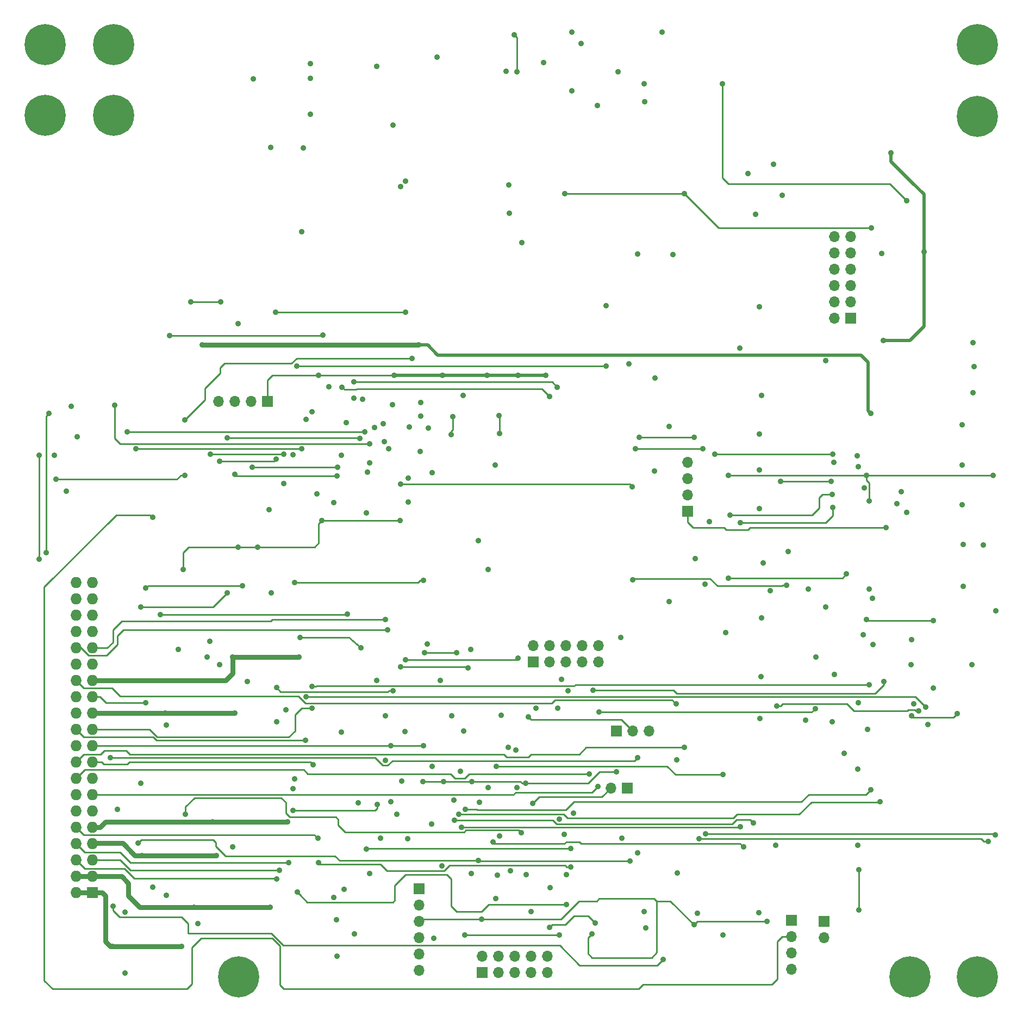
<source format=gbr>
G04 #@! TF.GenerationSoftware,KiCad,Pcbnew,(5.1.5)-3*
G04 #@! TF.CreationDate,2020-10-04T17:53:18+01:00*
G04 #@! TF.ProjectId,DC Controller STM32 v2,44432043-6f6e-4747-926f-6c6c65722053,rev?*
G04 #@! TF.SameCoordinates,Original*
G04 #@! TF.FileFunction,Copper,L4,Bot*
G04 #@! TF.FilePolarity,Positive*
%FSLAX46Y46*%
G04 Gerber Fmt 4.6, Leading zero omitted, Abs format (unit mm)*
G04 Created by KiCad (PCBNEW (5.1.5)-3) date 2020-10-04 17:53:18*
%MOMM*%
%LPD*%
G04 APERTURE LIST*
%ADD10O,1.700000X1.700000*%
%ADD11R,1.700000X1.700000*%
%ADD12C,6.400000*%
%ADD13R,1.727200X1.727200*%
%ADD14O,1.727200X1.727200*%
%ADD15C,0.900000*%
%ADD16C,0.250000*%
%ADD17C,0.500000*%
%ADD18C,0.750000*%
G04 APERTURE END LIST*
D10*
X92460000Y33800000D03*
D11*
X95000000Y33800000D03*
D10*
X120600000Y5580000D03*
X120600000Y8120000D03*
X120600000Y10660000D03*
D11*
X120600000Y13200000D03*
D10*
X104400000Y84520000D03*
X104400000Y81980000D03*
X104400000Y79440000D03*
D11*
X104400000Y76900000D03*
D10*
X62560000Y5410000D03*
X62560000Y7950000D03*
X62560000Y10490000D03*
X62560000Y13030000D03*
X62560000Y15570000D03*
D11*
X62560000Y18110000D03*
D10*
X82560000Y7640000D03*
X82560000Y5100000D03*
X80020000Y7640000D03*
X80020000Y5100000D03*
X77480000Y7640000D03*
X77480000Y5100000D03*
X74940000Y7640000D03*
X74940000Y5100000D03*
X72400000Y7640000D03*
D11*
X72400000Y5100000D03*
D10*
X125700000Y10460000D03*
D11*
X125700000Y13000000D03*
D10*
X98380000Y42700000D03*
X95840000Y42700000D03*
D11*
X93300000Y42700000D03*
D10*
X127260000Y119600000D03*
X129800000Y119600000D03*
X127260000Y117060000D03*
X129800000Y117060000D03*
X127260000Y114520000D03*
X129800000Y114520000D03*
X127260000Y111980000D03*
X129800000Y111980000D03*
X127260000Y109440000D03*
X129800000Y109440000D03*
X127260000Y106900000D03*
D11*
X129800000Y106900000D03*
D12*
X149500000Y138360000D03*
X149510000Y149510000D03*
X15000000Y138500000D03*
X4300000Y138500000D03*
X15000000Y149510000D03*
X4300000Y149510000D03*
X149510000Y4360000D03*
X139000000Y4360000D03*
X34500000Y4360000D03*
D13*
X11700000Y17500000D03*
D14*
X9160000Y17500000D03*
X11700000Y20040000D03*
X9160000Y20040000D03*
X11700000Y22580000D03*
X9160000Y22580000D03*
X11700000Y25120000D03*
X9160000Y25120000D03*
X11700000Y27660000D03*
X9160000Y27660000D03*
X11700000Y30200000D03*
X9160000Y30200000D03*
X11700000Y32740000D03*
X9160000Y32740000D03*
X11700000Y35280000D03*
X9160000Y35280000D03*
X11700000Y37820000D03*
X9160000Y37820000D03*
X11700000Y40360000D03*
X9160000Y40360000D03*
X11700000Y42900000D03*
X9160000Y42900000D03*
X11700000Y45440000D03*
X9160000Y45440000D03*
X11700000Y47980000D03*
X9160000Y47980000D03*
X11700000Y50520000D03*
X9160000Y50520000D03*
X11700000Y53060000D03*
X9160000Y53060000D03*
X11700000Y55600000D03*
X9160000Y55600000D03*
X11700000Y58140000D03*
X9160000Y58140000D03*
X11700000Y60680000D03*
X9160000Y60680000D03*
X11700000Y63220000D03*
X9160000Y63220000D03*
X11700000Y65760000D03*
X9160000Y65760000D03*
D11*
X39000000Y94000000D03*
D10*
X36460000Y94000000D03*
X33920000Y94000000D03*
X31380000Y94000000D03*
X90560000Y55940000D03*
X90560000Y53400000D03*
X88020000Y55940000D03*
X88020000Y53400000D03*
X85480000Y55940000D03*
X85480000Y53400000D03*
X82940000Y55940000D03*
X82940000Y53400000D03*
X80400000Y55940000D03*
D11*
X80400000Y53400000D03*
D15*
X132300000Y82500000D03*
X152000000Y82500000D03*
X132700000Y78500000D03*
X110800000Y82500000D03*
X23700000Y104200000D03*
X134900000Y103500000D03*
X63240000Y40360000D03*
X59700000Y52700000D03*
X70200000Y52500000D03*
X139300000Y45075000D03*
X146400000Y45400000D03*
X132700000Y64800000D03*
X130900000Y36700000D03*
X130900000Y24900000D03*
X118100000Y24900000D03*
X116800000Y13000000D03*
X105400000Y12500000D03*
X72300000Y13400000D03*
X79200000Y34500000D03*
X63200000Y34800000D03*
X66400000Y34800000D03*
X70800000Y34800000D03*
X93300000Y36300000D03*
X58200000Y40360000D03*
X47600004Y104300000D03*
X86400000Y142300000D03*
X86400000Y151500000D03*
X89500000Y11100000D03*
X141200000Y117300000D03*
X136100000Y132700000D03*
X78600004Y118700000D03*
X76600000Y123300000D03*
X76550000Y127650000D03*
X56000000Y146100000D03*
X45639500Y146538500D03*
X45639500Y138639500D03*
X45639500Y144239500D03*
X44551000Y133451000D03*
X39439000Y133539000D03*
X65400000Y147600000D03*
X58500000Y137000000D03*
X131900000Y80500000D03*
X147200000Y90300000D03*
X147200000Y84100000D03*
X147200000Y77900000D03*
X147300000Y71700000D03*
X147300000Y65200000D03*
X115600000Y77300000D03*
X115600000Y108700000D03*
X119100000Y126100000D03*
X117787500Y130887500D03*
X127200000Y84500000D03*
X44300000Y120400000D03*
X95300000Y99800000D03*
X102112500Y116812500D03*
X96612500Y116912500D03*
X64600000Y82900000D03*
X34412500Y106112500D03*
X115600000Y83300000D03*
X115600000Y88900000D03*
X115900000Y94900000D03*
X120087500Y70612500D03*
X123200000Y64800000D03*
X94000000Y57200000D03*
X148700000Y53000000D03*
X62800000Y93800000D03*
X58400000Y93500000D03*
X48500000Y96262500D03*
X9300000Y88500000D03*
X8387429Y93241341D03*
X23200000Y43600000D03*
X35800000Y50350000D03*
X33550000Y24600000D03*
X16800000Y5000000D03*
X28100000Y12700000D03*
X29565000Y54165000D03*
X69400000Y94900000D03*
X41500000Y81200000D03*
X39512500Y64212500D03*
X56600000Y26000000D03*
X58200000Y31700000D03*
X57300000Y38100000D03*
X57300000Y45000000D03*
X60380000Y42620000D03*
X64600000Y37200000D03*
X69500000Y42700000D03*
X63825000Y56225000D03*
X70600000Y55400000D03*
X107800000Y75300000D03*
X105587500Y69487500D03*
X112500000Y102300000D03*
X130800000Y85500000D03*
X126912500Y44112500D03*
X127300000Y51500000D03*
X131725000Y57625364D03*
X139287500Y56912500D03*
X139600000Y46900000D03*
X141800000Y43700000D03*
X132400000Y42900000D03*
X128800000Y39200000D03*
X122750000Y44350000D03*
X115700000Y44600000D03*
X110312500Y57987500D03*
X139187500Y53012500D03*
X115500000Y14400000D03*
X105900000Y14300000D03*
X102800000Y20600000D03*
X83000000Y18300000D03*
X74500000Y16600000D03*
X76800000Y20900000D03*
X76500000Y40100000D03*
X68000000Y31900000D03*
X36800000Y144200000D03*
X49812500Y7612500D03*
X49700000Y13300000D03*
X50900000Y18000000D03*
X74800000Y20199994D03*
X70700000Y20449991D03*
X74400000Y84100000D03*
X117300000Y64499989D03*
X107088486Y65488486D03*
X21100000Y18400000D03*
X54873000Y84400000D03*
X94200000Y26000000D03*
X59668750Y127431250D03*
X60468750Y128231250D03*
X76100000Y145400000D03*
X81962500Y146762500D03*
X87837500Y149662500D03*
X93600000Y145300000D03*
X100400000Y151500000D03*
X97900000Y12000000D03*
X39200000Y77100000D03*
X148900000Y95300000D03*
X149000000Y99400000D03*
X148899994Y103100000D03*
X7600000Y80000000D03*
X132900000Y92100000D03*
X28800000Y102800000D03*
X62500000Y102800000D03*
X21100000Y75900000D03*
X90362500Y140037500D03*
X91700000Y108900000D03*
X58700000Y98000000D03*
X82300000Y98000000D03*
X60900000Y82000000D03*
X60900000Y78300000D03*
X66200000Y98000000D03*
X46900000Y98000000D03*
X73200000Y98000000D03*
X78000000Y98000000D03*
X59600000Y75400000D03*
X47400000Y75400000D03*
X37400000Y71300000D03*
X25800000Y67800000D03*
X25100000Y55400000D03*
X59100000Y29700000D03*
X60500000Y53800000D03*
X78000000Y54000000D03*
X46687500Y79612500D03*
X34400000Y71300000D03*
X56000000Y50500000D03*
X57000000Y90500000D03*
X75100000Y89000000D03*
X75000000Y91800000D03*
X62800000Y91700000D03*
X62776320Y86224655D03*
X61500000Y100700000D03*
X26100000Y91100000D03*
X26100000Y82500000D03*
X6000000Y81900000D03*
X49756500Y82356500D03*
X33900000Y82600000D03*
X36604000Y83704000D03*
X49845991Y83704000D03*
X84100000Y96200000D03*
X52400000Y97000000D03*
X50600000Y96200000D03*
X82940000Y94760000D03*
X99300000Y97600000D03*
X99250000Y83150000D03*
X15200000Y93400000D03*
X54873000Y87400000D03*
X54075538Y89200006D03*
X17100000Y89200000D03*
X31500000Y84700000D03*
X31500000Y53000000D03*
X40300000Y85000000D03*
X30100000Y85800000D03*
X30000000Y56600000D03*
X41500002Y85800000D03*
X45900000Y46200000D03*
X5800000Y85600000D03*
X3400000Y85600000D03*
X3400000Y69400000D03*
X4900000Y92100000D03*
X4500000Y70400000D03*
X138500000Y125200000D03*
X138500011Y76700000D03*
X109800000Y143400000D03*
X97600000Y143400000D03*
X97700000Y140600000D03*
X134600000Y117000000D03*
X131100000Y14800000D03*
X131100000Y21100000D03*
X102600000Y46900000D03*
X102700000Y38200000D03*
X20000000Y47100000D03*
X20000000Y47100000D03*
X35100000Y65300000D03*
X20000000Y64900000D03*
X44900000Y41200000D03*
X103900000Y40100000D03*
X46100000Y37400000D03*
X89100000Y36000000D03*
X89700000Y49000000D03*
X135000000Y50400000D03*
X90400000Y34000000D03*
X124400000Y54200000D03*
X124300000Y46149991D03*
X90600000Y45600002D03*
X46800000Y26000000D03*
X42300000Y22200000D03*
X40800000Y21000000D03*
X39400000Y15200000D03*
X27500000Y15200000D03*
X25600000Y9100000D03*
X14800000Y9100000D03*
X127000000Y85800000D03*
X108600000Y85800000D03*
X131000000Y83800000D03*
X131000000Y47100000D03*
X126800000Y81500000D03*
X118900000Y81500000D03*
X116200000Y68800000D03*
X126900000Y79500000D03*
X111000000Y76300000D03*
X137700000Y79900000D03*
X68800000Y29700000D03*
X134400000Y31700000D03*
X127000000Y77500000D03*
X112600000Y75100000D03*
X137000000Y78100000D03*
X69800000Y30500000D03*
X132900000Y33500000D03*
X129100000Y67100000D03*
X110800000Y66500000D03*
X135300000Y74350000D03*
X31700000Y109500000D03*
X27000000Y109500000D03*
X115800000Y51100000D03*
X118300000Y46600000D03*
X140400000Y45800000D03*
X115900000Y60300000D03*
X50500000Y42500000D03*
X50499980Y85600000D03*
X54900000Y20500000D03*
X55631429Y89913028D03*
X49300000Y78200000D03*
X49300000Y16800000D03*
X53100000Y31500000D03*
X53800000Y94300000D03*
X63300000Y66100000D03*
X43200000Y65800000D03*
X63996000Y89800000D03*
X73350000Y33850000D03*
X73350000Y67850000D03*
X61100000Y90000000D03*
X59900000Y34900000D03*
X71800000Y72300000D03*
X71950000Y31600000D03*
X101500000Y90100000D03*
X101500000Y62800000D03*
X60500000Y107900000D03*
X40200000Y107900000D03*
X133300000Y56100000D03*
X133200000Y63300000D03*
X142650000Y59850000D03*
X142650000Y49350000D03*
X132300000Y60000000D03*
X125900000Y100300000D03*
X125900000Y62000000D03*
X69000000Y36400000D03*
X67700000Y45000000D03*
X77690305Y39733601D03*
X77803975Y33875010D03*
X80000000Y14600000D03*
X79300000Y20300000D03*
X65900000Y50500000D03*
X64500000Y28200000D03*
X64900000Y10400000D03*
X85300000Y126300000D03*
X103900000Y126300000D03*
X133000000Y121000000D03*
X74600000Y37200000D03*
X109900000Y35900000D03*
X109900000Y10900000D03*
X52500000Y11100000D03*
X52420921Y94461245D03*
X115012500Y123112500D03*
X68100000Y28800000D03*
X114612501Y28387499D03*
X113812500Y129412500D03*
X69200000Y27700000D03*
X112612426Y27749991D03*
X96300000Y86600000D03*
X106800000Y86600000D03*
X96600000Y23700000D03*
X96600000Y38500000D03*
X14500000Y38558591D03*
X113100000Y24600000D03*
X74100000Y25400000D03*
X33520000Y54220000D03*
X43900000Y54200000D03*
X57300000Y60000000D03*
X57700000Y58400000D03*
X14900000Y15400000D03*
X100595001Y7104999D03*
X40400000Y19600000D03*
X95465685Y22465685D03*
X71800000Y22500000D03*
X15600000Y30500000D03*
X18800000Y25200000D03*
X79600000Y44900000D03*
X85800000Y48900000D03*
X86600000Y29900000D03*
X97600000Y14600000D03*
X80800000Y46200000D03*
X80300000Y31400000D03*
X82900000Y12100000D03*
X90000000Y12800000D03*
X84400000Y10900000D03*
X69700000Y10900000D03*
X84200000Y46200000D03*
X84400000Y28949991D03*
X66100000Y21650009D03*
X60800000Y25900000D03*
X67600000Y88775000D03*
X67800000Y91600000D03*
X23200000Y17100000D03*
X22300000Y60800000D03*
X51424990Y60900000D03*
X51224990Y90700000D03*
X18500000Y86600000D03*
X16800000Y14500000D03*
X44275010Y86600000D03*
X78500000Y26800000D03*
X26200000Y29700000D03*
X85500000Y15700000D03*
X43600000Y17600000D03*
X43200000Y35200000D03*
X85500000Y20300000D03*
X54500000Y83000000D03*
X53500000Y55600000D03*
X44000000Y57200000D03*
X86200000Y21500000D03*
X46900000Y22200000D03*
X41800000Y46000000D03*
X54406500Y76606500D03*
X86200000Y24400000D03*
X54356491Y24306500D03*
X91700000Y99500000D03*
X43500000Y99500000D03*
X42900000Y85704000D03*
X119800000Y65400000D03*
X95825001Y66225001D03*
X59700000Y81100000D03*
X95800000Y80700000D03*
X45000000Y91200000D03*
X141500000Y46400000D03*
X45011514Y48011514D03*
X152412500Y61400000D03*
X152300000Y26500000D03*
X107200000Y26700000D03*
X150500000Y71600000D03*
X151200000Y25500000D03*
X106200000Y25900011D03*
X45900000Y92400000D03*
X45900000Y49600000D03*
X132700000Y49900000D03*
X96900000Y88400000D03*
X105400002Y88400000D03*
X84800000Y50675000D03*
X85200000Y26549991D03*
X75400000Y45100000D03*
X75100000Y26300000D03*
X63450000Y54850000D03*
X68450000Y54850000D03*
X57800000Y86600000D03*
X58500000Y48900000D03*
X40400000Y44100000D03*
X40400000Y49400000D03*
X57204000Y87704000D03*
X56100000Y31200000D03*
X42900000Y30300000D03*
X42900000Y33700000D03*
X32700000Y88300000D03*
X32700000Y64200000D03*
X19200000Y62000000D03*
X53350009Y88200000D03*
X19200000Y34500000D03*
X31000000Y23300000D03*
X19400000Y23300000D03*
X42100000Y28500000D03*
X30400000Y28500000D03*
X33840000Y45440000D03*
X23075010Y45440000D03*
X77800000Y145300000D03*
X77400000Y151000000D03*
D16*
X132300000Y82500000D02*
X152000000Y82500000D01*
X132300000Y82500000D02*
X110800000Y82500000D01*
X59700000Y52700000D02*
X70000000Y52700000D01*
X70000000Y52700000D02*
X70200000Y52500000D01*
X116800000Y13000000D02*
X105900000Y13000000D01*
X105900000Y13000000D02*
X105400000Y12500000D01*
X62930000Y13400000D02*
X62560000Y13030000D01*
X72300000Y13400000D02*
X62930000Y13400000D01*
X78634315Y34500000D02*
X78334315Y34800000D01*
X79200000Y34500000D02*
X78634315Y34500000D01*
X78334315Y34800000D02*
X70800000Y34800000D01*
X66400000Y34800000D02*
X63200000Y34800000D01*
X70800000Y34800000D02*
X66400000Y34800000D01*
X79200000Y34500000D02*
X79765685Y34500000D01*
X79765685Y34500000D02*
X88900000Y34500000D01*
X88900000Y34500000D02*
X90700000Y36300000D01*
X90700000Y36300000D02*
X93300000Y36300000D01*
X132700000Y81300000D02*
X132700000Y78500000D01*
X132300000Y82500000D02*
X132300000Y81700000D01*
X132300000Y81700000D02*
X132700000Y81300000D01*
X11700000Y40360000D02*
X58200000Y40360000D01*
X63240000Y40360000D02*
X58960000Y40360000D01*
X58960000Y40360000D02*
X58200000Y40360000D01*
X145800000Y44800000D02*
X146400000Y45400000D01*
X139300000Y45075000D02*
X139575000Y44800000D01*
X139575000Y44800000D02*
X145800000Y44800000D01*
X47500004Y104200000D02*
X47600004Y104300000D01*
X23700000Y104200000D02*
X47500004Y104200000D01*
X105400000Y12500000D02*
X101700000Y16200000D01*
X99600000Y16200000D02*
X99600000Y8200000D01*
X101700000Y16200000D02*
X99600000Y16200000D01*
X99600000Y8200000D02*
X98800000Y7400000D01*
X98800000Y7400000D02*
X89500000Y7400000D01*
X89500000Y7400000D02*
X88900000Y8000000D01*
X88900000Y8000000D02*
X88900000Y10500000D01*
X88900000Y10500000D02*
X89500000Y11100000D01*
X99200000Y16600000D02*
X90636396Y16600000D01*
X99600000Y16200000D02*
X99200000Y16600000D01*
X84700000Y13400000D02*
X72300000Y13400000D01*
X90636396Y16600000D02*
X90236396Y16200000D01*
X90236396Y16200000D02*
X87500000Y16200000D01*
X87500000Y16200000D02*
X84700000Y13400000D01*
D17*
X139000000Y103500000D02*
X134900000Y103500000D01*
X141200000Y105700000D02*
X139000000Y103500000D01*
X139200000Y128200000D02*
X141200000Y126200000D01*
X141200000Y126200000D02*
X141200000Y117300000D01*
X141200000Y117300000D02*
X141200000Y105700000D01*
X136100000Y131300000D02*
X136100000Y132700000D01*
X139200000Y128200000D02*
X136100000Y131300000D01*
D18*
X28800000Y102800000D02*
X62500000Y102800000D01*
D17*
X132500001Y92499999D02*
X132900000Y92100000D01*
X65500000Y101200000D02*
X131400000Y101200000D01*
X62500000Y102800000D02*
X63900000Y102800000D01*
X63900000Y102800000D02*
X65500000Y101200000D01*
X131400000Y101200000D02*
X132500001Y100099999D01*
X132500001Y100099999D02*
X132500001Y92499999D01*
D16*
X97500000Y3200000D02*
X97500000Y3200000D01*
X119160000Y10660000D02*
X120600000Y10660000D01*
X118400000Y4100000D02*
X118400000Y9900000D01*
X117500000Y3200000D02*
X118400000Y4100000D01*
X96800000Y2500000D02*
X97500000Y3200000D01*
X41500000Y2500000D02*
X96800000Y2500000D01*
X40900000Y3100000D02*
X41500000Y2500000D01*
X40900000Y9200000D02*
X40900000Y3100000D01*
X20700001Y76299999D02*
X15399999Y76299999D01*
X15399999Y76299999D02*
X4200000Y65100000D01*
X4200000Y65100000D02*
X4200000Y3800000D01*
X21100000Y75900000D02*
X20700001Y76299999D01*
X97500000Y3200000D02*
X117500000Y3200000D01*
X4200000Y3800000D02*
X5500000Y2500000D01*
X26400000Y2500000D02*
X27200000Y3300000D01*
X5500000Y2500000D02*
X26400000Y2500000D01*
X27200000Y3300000D02*
X27200000Y9000000D01*
X27200000Y9000000D02*
X28600000Y10400000D01*
X28600000Y10400000D02*
X39700000Y10400000D01*
X118400000Y9900000D02*
X119160000Y10660000D01*
X39700000Y10400000D02*
X40900000Y9200000D01*
D17*
X82300000Y98000000D02*
X78000000Y98000000D01*
X66200000Y98000000D02*
X58700000Y98000000D01*
D16*
X58700000Y98000000D02*
X39700000Y98000000D01*
X39000000Y97300000D02*
X39000000Y94000000D01*
X39700000Y98000000D02*
X39000000Y97300000D01*
D17*
X73200000Y98000000D02*
X66200000Y98000000D01*
X78000000Y98000000D02*
X73200000Y98000000D01*
D16*
X59600000Y75400000D02*
X59034315Y75400000D01*
X59034315Y75400000D02*
X47400000Y75400000D01*
X60500000Y53800000D02*
X77800000Y53800000D01*
X77800000Y53800000D02*
X78000000Y54000000D01*
X46950001Y74950001D02*
X46950001Y71950001D01*
X47400000Y75400000D02*
X46950001Y74950001D01*
X46300000Y71300000D02*
X37400000Y71300000D01*
X46950001Y71950001D02*
X46300000Y71300000D01*
X37400000Y71300000D02*
X34400000Y71300000D01*
X25800000Y70400000D02*
X25800000Y67800000D01*
X26700000Y71300000D02*
X25800000Y70400000D01*
X34400000Y71300000D02*
X26700000Y71300000D01*
X75100000Y89000000D02*
X75100000Y91700000D01*
X75100000Y91700000D02*
X75000000Y91800000D01*
X29200000Y94200000D02*
X26100000Y91100000D01*
X29200000Y96000000D02*
X29200000Y94200000D01*
X31600000Y98400000D02*
X29200000Y96000000D01*
X43552998Y100700000D02*
X42724999Y99872001D01*
X61500000Y100700000D02*
X43552998Y100700000D01*
X42724999Y99872001D02*
X32272001Y99872001D01*
X32272001Y99872001D02*
X31600000Y99200000D01*
X31600000Y99200000D02*
X31600000Y98400000D01*
X25463604Y82500000D02*
X24863604Y81900000D01*
X26100000Y82500000D02*
X25463604Y82500000D01*
X24863604Y81900000D02*
X6000000Y81900000D01*
X49756500Y82356500D02*
X34143500Y82356500D01*
X34143500Y82356500D02*
X33900000Y82600000D01*
X36604000Y83704000D02*
X49845991Y83704000D01*
X84115001Y96184999D02*
X84100000Y96200000D01*
X84100000Y96200000D02*
X83300000Y97000000D01*
X83300000Y97000000D02*
X52400000Y97000000D01*
X50999999Y95800001D02*
X50600000Y96200000D01*
X82940000Y94760000D02*
X81760000Y95940000D01*
X81760000Y95940000D02*
X52940000Y95940000D01*
X52800001Y95800001D02*
X50999999Y95800001D01*
X52940000Y95940000D02*
X52800001Y95800001D01*
X82940000Y94760000D02*
X82940000Y94760000D01*
X54236604Y87400000D02*
X54873000Y87400000D01*
X15200000Y93400000D02*
X15200000Y88236396D01*
X16036396Y87400000D02*
X54236604Y87400000D01*
X15200000Y88236396D02*
X16036396Y87400000D01*
X54075538Y89200006D02*
X17100006Y89200006D01*
X17100000Y89200000D02*
X31900002Y89200000D01*
X17100006Y89200006D02*
X17100000Y89200000D01*
X31500000Y84700000D02*
X40000000Y84700000D01*
X40000000Y84700000D02*
X40300000Y85000000D01*
X30100000Y85800000D02*
X41500002Y85800000D01*
X43300000Y45200000D02*
X44300000Y46200000D01*
X20600000Y42900000D02*
X21800000Y41700000D01*
X11700000Y42900000D02*
X20600000Y42900000D01*
X21800000Y41700000D02*
X42300000Y41700000D01*
X44300000Y46200000D02*
X45900000Y46200000D01*
X43300000Y42700000D02*
X43300000Y45200000D01*
X42300000Y41700000D02*
X43300000Y42700000D01*
X3400000Y69400000D02*
X3400000Y84963604D01*
X3400000Y84963604D02*
X3400000Y85600000D01*
X4500000Y91700000D02*
X4900000Y92100000D01*
X4500000Y70400000D02*
X4500000Y91700000D01*
X110800000Y127800000D02*
X109800000Y128800000D01*
X138500000Y125200000D02*
X135900000Y127800000D01*
X109800000Y128800000D02*
X109800000Y143400000D01*
X135900000Y127800000D02*
X110800000Y127800000D01*
X109800000Y143400000D02*
X109800000Y143400000D01*
X131100000Y14800000D02*
X131100000Y21100000D01*
X9160000Y50520000D02*
X10348601Y49331399D01*
X44926998Y47000000D02*
X83252996Y47000000D01*
X14768601Y49331399D02*
X16000000Y48100000D01*
X16000000Y48100000D02*
X43826998Y48100000D01*
X83727999Y47475003D02*
X102024997Y47475003D01*
X102150001Y47349999D02*
X102600000Y46900000D01*
X102024997Y47475003D02*
X102150001Y47349999D01*
X10348601Y49331399D02*
X14768601Y49331399D01*
X43826998Y48100000D02*
X44926998Y47000000D01*
X83252996Y47000000D02*
X83727999Y47475003D01*
X12921314Y47980000D02*
X13801314Y47100000D01*
X11700000Y47980000D02*
X12921314Y47980000D01*
X13801314Y47100000D02*
X20000000Y47100000D01*
X20400000Y65300000D02*
X35100000Y65300000D01*
X20000000Y64900000D02*
X20400000Y65300000D01*
X21152191Y41711399D02*
X21663590Y41200000D01*
X9160000Y42900000D02*
X10348601Y41711399D01*
X10348601Y41711399D02*
X21152191Y41711399D01*
X21663590Y41200000D02*
X44900000Y41200000D01*
X103900000Y40100000D02*
X103900000Y40100000D01*
X88614998Y40100000D02*
X103900000Y40100000D01*
X13008601Y39008601D02*
X13600000Y39600000D01*
X16917202Y39600000D02*
X17508601Y39008601D01*
X10348601Y39008601D02*
X13008601Y39008601D01*
X17508601Y39008601D02*
X75808601Y39008601D01*
X75808601Y39008601D02*
X76217202Y38600000D01*
X13600000Y39600000D02*
X16917202Y39600000D01*
X76217202Y38600000D02*
X79600000Y38600000D01*
X80008601Y39008601D02*
X87523599Y39008601D01*
X9160000Y37820000D02*
X10348601Y39008601D01*
X87523599Y39008601D02*
X88614998Y40100000D01*
X79600000Y38600000D02*
X80008601Y39008601D01*
X13120000Y37820000D02*
X13440000Y37500000D01*
X11700000Y37820000D02*
X13120000Y37820000D01*
X13440000Y37500000D02*
X17100000Y37500000D01*
X45680000Y37820000D02*
X46100000Y37400000D01*
X17100000Y37500000D02*
X17420000Y37820000D01*
X17420000Y37820000D02*
X45680000Y37820000D01*
X135000000Y49834315D02*
X135000000Y50400000D01*
X102734416Y48474999D02*
X133640684Y48474999D01*
X133640684Y48474999D02*
X135000000Y49834315D01*
X102209415Y49000000D02*
X102734416Y48474999D01*
X89700000Y49000000D02*
X102209415Y49000000D01*
X69700000Y35300000D02*
X70400000Y36000000D01*
X68200000Y35300000D02*
X69700000Y35300000D01*
X70400000Y36000000D02*
X88534315Y36000000D01*
X10511399Y36631399D02*
X44595599Y36631399D01*
X67500000Y36000000D02*
X68200000Y35300000D01*
X9160000Y35280000D02*
X10511399Y36631399D01*
X88534315Y36000000D02*
X89100000Y36000000D01*
X44595599Y36631399D02*
X45226998Y36000000D01*
X45226998Y36000000D02*
X67500000Y36000000D01*
X123750011Y45600002D02*
X91236396Y45600002D01*
X124300000Y46149991D02*
X123750011Y45600002D01*
X91236396Y45600002D02*
X90600000Y45600002D01*
X11700000Y32740000D02*
X77268303Y32740000D01*
X89950001Y33550001D02*
X90400000Y34000000D01*
X89500000Y33100000D02*
X89950001Y33550001D01*
X77268303Y32740000D02*
X77628303Y33100000D01*
X77628303Y33100000D02*
X89500000Y33100000D01*
X10348601Y26471399D02*
X46228601Y26471399D01*
X9160000Y27660000D02*
X10348601Y26471399D01*
X46800000Y25900000D02*
X46800000Y26000000D01*
X46228601Y26471399D02*
X46800000Y26000000D01*
X10511399Y23768601D02*
X16031399Y23768601D01*
X9160000Y25120000D02*
X10511399Y23768601D01*
X16031399Y23768601D02*
X17600000Y22200000D01*
X17600000Y22200000D02*
X42300000Y22200000D01*
X11700000Y22580000D02*
X16020000Y22580000D01*
X16020000Y22580000D02*
X17600000Y21000000D01*
X17600000Y21000000D02*
X40800000Y21000000D01*
D18*
X9160000Y20040000D02*
X11700000Y20040000D01*
X11700000Y20040000D02*
X16260000Y20040000D01*
X16260000Y20040000D02*
X17300000Y19000000D01*
X17300000Y19000000D02*
X17300000Y17000000D01*
X17300000Y17000000D02*
X19100000Y15200000D01*
X19100000Y15200000D02*
X27500000Y15200000D01*
X27500000Y15200000D02*
X39400000Y15200000D01*
X9160000Y17500000D02*
X13200000Y17500000D01*
X13200000Y17500000D02*
X13700000Y17000000D01*
X13700000Y17000000D02*
X13700000Y9900000D01*
X13700000Y9900000D02*
X14500000Y9100000D01*
X14500000Y9100000D02*
X14800000Y9100000D01*
X25600000Y9100000D02*
X25600000Y9100000D01*
X14800000Y9100000D02*
X25600000Y9100000D01*
D16*
X127000000Y85800000D02*
X108600000Y85800000D01*
X126800000Y81500000D02*
X118900000Y81500000D01*
X126900000Y79500000D02*
X125400000Y79500000D01*
X125400000Y79500000D02*
X124900000Y79000000D01*
X124900000Y79000000D02*
X124900000Y77400000D01*
X124900000Y77400000D02*
X123800000Y76300000D01*
X123800000Y76300000D02*
X111000000Y76300000D01*
X134300000Y31600000D02*
X134400000Y31700000D01*
X123700000Y31600000D02*
X134300000Y31600000D01*
X112100000Y29700000D02*
X121800000Y29700000D01*
X111524999Y29124999D02*
X112100000Y29700000D01*
X85701999Y29124999D02*
X111524999Y29124999D01*
X85101997Y29725001D02*
X85701999Y29124999D01*
X84051999Y29725001D02*
X85101997Y29725001D01*
X121800000Y29700000D02*
X123700000Y31600000D01*
X68800000Y29700000D02*
X84026998Y29700000D01*
X84026998Y29700000D02*
X84051999Y29725001D01*
X127000000Y77500000D02*
X127000000Y76200000D01*
X127000000Y76200000D02*
X125900000Y75100000D01*
X125900000Y75100000D02*
X112600000Y75100000D01*
X123300000Y32800000D02*
X132200000Y32800000D01*
X122144999Y31644999D02*
X123300000Y32800000D01*
X69800000Y30500000D02*
X71526998Y30500000D01*
X71526998Y30500000D02*
X71601999Y30424999D01*
X71601999Y30424999D02*
X85451997Y30424999D01*
X85451997Y30424999D02*
X86671997Y31644999D01*
X132200000Y32800000D02*
X132900000Y33500000D01*
X86671997Y31644999D02*
X122144999Y31644999D01*
X128500000Y66500000D02*
X111436396Y66500000D01*
X129100000Y67100000D02*
X128500000Y66500000D01*
X111436396Y66500000D02*
X110800000Y66500000D01*
X104400000Y75200000D02*
X104400000Y76900000D01*
X105250000Y74350000D02*
X104400000Y75200000D01*
X110050000Y74350000D02*
X105250000Y74350000D01*
X135300000Y74350000D02*
X114150000Y74350000D01*
X113800000Y74000000D02*
X110400000Y74000000D01*
X114150000Y74350000D02*
X113800000Y74000000D01*
X110400000Y74000000D02*
X110050000Y74350000D01*
X31700000Y109500000D02*
X27000000Y109500000D01*
X139800000Y46000000D02*
X140000000Y45800000D01*
X138600000Y45800000D02*
X138800000Y46000000D01*
X129174999Y46925001D02*
X130300000Y45800000D01*
X138800000Y46000000D02*
X139800000Y46000000D01*
X118865685Y46600000D02*
X119190686Y46925001D01*
X118300000Y46600000D02*
X118865685Y46600000D01*
X140000000Y45800000D02*
X140400000Y45800000D01*
X119190686Y46925001D02*
X129174999Y46925001D01*
X130300000Y45800000D02*
X138600000Y45800000D01*
X62734315Y66100000D02*
X62434315Y65800000D01*
X63300000Y66100000D02*
X62734315Y66100000D01*
X62434315Y65800000D02*
X43200000Y65800000D01*
X60500000Y107900000D02*
X59934315Y107900000D01*
X59934315Y107900000D02*
X40200000Y107900000D01*
X142650000Y59850000D02*
X133050000Y59850000D01*
X132300000Y59963604D02*
X132300000Y60000000D01*
X132413604Y59850000D02*
X132300000Y59963604D01*
X133050000Y59850000D02*
X132413604Y59850000D01*
X85300000Y126300000D02*
X103900000Y126300000D01*
X103900000Y126300000D02*
X109200000Y121000000D01*
X109200000Y121000000D02*
X133000000Y121000000D01*
X101226998Y37200000D02*
X102526998Y35900000D01*
X74600000Y37200000D02*
X101226998Y37200000D01*
X102526998Y35900000D02*
X109900000Y35900000D01*
X114162502Y28837498D02*
X114612501Y28387499D01*
X83402989Y28800000D02*
X84027999Y28174990D01*
X68100000Y28800000D02*
X83402989Y28800000D01*
X84027999Y28174990D02*
X111374990Y28174990D01*
X111374990Y28174990D02*
X112037498Y28837498D01*
X112037498Y28837498D02*
X114162502Y28837498D01*
X112562435Y27700000D02*
X112612426Y27749991D01*
X69200000Y27700000D02*
X112562435Y27700000D01*
X96300000Y86600000D02*
X106800000Y86600000D01*
X96600000Y38500000D02*
X96150001Y38050001D01*
X55694407Y38558591D02*
X14500000Y38558591D01*
X56927999Y37324999D02*
X55694407Y38558591D01*
X96150001Y38050001D02*
X58397003Y38050001D01*
X58397003Y38050001D02*
X57672001Y37324999D01*
X57672001Y37324999D02*
X56927999Y37324999D01*
X14500000Y38558591D02*
X14500000Y38558591D01*
X87825001Y25125001D02*
X112574999Y25125001D01*
X87550002Y25400000D02*
X87825001Y25125001D01*
X85500000Y25400000D02*
X87550002Y25400000D01*
X112574999Y25125001D02*
X113100000Y24600000D01*
X85225001Y25125001D02*
X85500000Y25400000D01*
X74374999Y25125001D02*
X85225001Y25125001D01*
X74100000Y25400000D02*
X74374999Y25125001D01*
D18*
X33520000Y54220000D02*
X43880000Y54220000D01*
X33520000Y51620000D02*
X33520000Y54220000D01*
X11700000Y50520000D02*
X32420000Y50520000D01*
X32420000Y50520000D02*
X33520000Y51620000D01*
D16*
X11700000Y55600000D02*
X14000000Y55600000D01*
X14000000Y55600000D02*
X14900000Y56500000D01*
X14900000Y56500000D02*
X14900000Y58400000D01*
X14900000Y58400000D02*
X16300000Y59800000D01*
X39500000Y59800000D02*
X39700000Y60000000D01*
X16300000Y59800000D02*
X39500000Y59800000D01*
X39700000Y60000000D02*
X57300000Y60000000D01*
X9160000Y55600000D02*
X9940870Y55600000D01*
X11129471Y54411399D02*
X13911399Y54411399D01*
X9940870Y55600000D02*
X11129471Y54411399D01*
X13911399Y54411399D02*
X15600000Y56100000D01*
X15600000Y56100000D02*
X15600000Y57500000D01*
X15600000Y57500000D02*
X16500000Y58400000D01*
X16500000Y58400000D02*
X57700000Y58400000D01*
X57700000Y58400000D02*
X57700000Y58400000D01*
X99690002Y6200000D02*
X100595001Y7104999D01*
X87600000Y6200000D02*
X99690002Y6200000D01*
X39536410Y11200000D02*
X41421411Y9314999D01*
X26600000Y11200000D02*
X39536410Y11200000D01*
X41421411Y9314999D02*
X84485001Y9314999D01*
X14900000Y14763604D02*
X15938605Y13724999D01*
X14900000Y15400000D02*
X14900000Y14763604D01*
X84485001Y9314999D02*
X87600000Y6200000D01*
X15938605Y13724999D02*
X25575001Y13724999D01*
X25575001Y13724999D02*
X26600000Y12700000D01*
X26600000Y12700000D02*
X26600000Y11200000D01*
X18238589Y19725001D02*
X40274999Y19725001D01*
X16734989Y21228601D02*
X18238589Y19725001D01*
X9160000Y22580000D02*
X10511399Y21228601D01*
X10511399Y21228601D02*
X16734989Y21228601D01*
X40274999Y19725001D02*
X40400000Y19600000D01*
X71834315Y22465685D02*
X71800000Y22500000D01*
X95465685Y22465685D02*
X71834315Y22465685D01*
X18800000Y25200000D02*
X18800000Y25200000D01*
X19300000Y25700000D02*
X18800000Y25200000D01*
X30900000Y25300000D02*
X30500000Y25700000D01*
X30500000Y25700000D02*
X19300000Y25700000D01*
X50200000Y22500000D02*
X49500000Y23200000D01*
X30900000Y24700000D02*
X30900000Y25300000D01*
X49500000Y23200000D02*
X32400000Y23200000D01*
X71800000Y22500000D02*
X50200000Y22500000D01*
X32400000Y23200000D02*
X30900000Y24700000D01*
X79600000Y44900000D02*
X80049999Y44450001D01*
X94990001Y43549999D02*
X95840000Y42700000D01*
X94089999Y44450001D02*
X94990001Y43549999D01*
X80049999Y44450001D02*
X94089999Y44450001D01*
X91060000Y32400000D02*
X92460000Y33800000D01*
X80300000Y31400000D02*
X81300000Y32400000D01*
X81300000Y32400000D02*
X91060000Y32400000D01*
X88900000Y13900000D02*
X90000000Y12800000D01*
X85349999Y12549999D02*
X86700000Y13900000D01*
X82900000Y12100000D02*
X83349999Y12549999D01*
X86700000Y13900000D02*
X88900000Y13900000D01*
X83349999Y12549999D02*
X85349999Y12549999D01*
X90000000Y12800000D02*
X90000000Y12800000D01*
X84400000Y10900000D02*
X69700000Y10900000D01*
X67600000Y89340685D02*
X67800000Y89540685D01*
X67600000Y88775000D02*
X67600000Y89340685D01*
X67800000Y89540685D02*
X67800000Y91600000D01*
X51324990Y60800000D02*
X51424990Y60900000D01*
X22300000Y60800000D02*
X51324990Y60800000D01*
X18500000Y86600000D02*
X18500000Y86600000D01*
X18500000Y86600000D02*
X44275010Y86600000D01*
X78500000Y26800000D02*
X78050001Y27249999D01*
X69572001Y26924999D02*
X51075001Y26924999D01*
X69897001Y27249999D02*
X69572001Y26924999D01*
X78050001Y27249999D02*
X69897001Y27249999D01*
X51075001Y26924999D02*
X50000000Y28000000D01*
X50000000Y28000000D02*
X50000000Y28900000D01*
X50000000Y28900000D02*
X49600000Y29300000D01*
X49600000Y29300000D02*
X42400000Y29300000D01*
X42400000Y29300000D02*
X41800000Y29900000D01*
X41800000Y31600000D02*
X41110010Y32289990D01*
X41800000Y29900000D02*
X41800000Y31600000D01*
X41110010Y32289990D02*
X27589990Y32289990D01*
X27589990Y32289990D02*
X26200000Y30900000D01*
X26200000Y30900000D02*
X26200000Y29700000D01*
X67600000Y15400000D02*
X67600000Y19600000D01*
X60500000Y20300000D02*
X58800000Y18600000D01*
X67600000Y19600000D02*
X66900000Y20300000D01*
X68400000Y14600000D02*
X67600000Y15400000D01*
X85500000Y15700000D02*
X73402095Y15700000D01*
X58524999Y16024999D02*
X45175001Y16024999D01*
X66900000Y20300000D02*
X60500000Y20300000D01*
X58800000Y16300000D02*
X58524999Y16024999D01*
X44049999Y17150001D02*
X43600000Y17600000D01*
X73402095Y15700000D02*
X72302095Y14600000D01*
X45175001Y16024999D02*
X44049999Y17150001D01*
X58800000Y18600000D02*
X58800000Y16300000D01*
X72302095Y14600000D02*
X68400000Y14600000D01*
X51700000Y57200000D02*
X53500000Y55600000D01*
X44000000Y57200000D02*
X51700000Y57200000D01*
X47200000Y21900000D02*
X46900000Y22200000D01*
X56600000Y21900000D02*
X47200000Y21900000D01*
X57624992Y20875008D02*
X56600000Y21900000D01*
X86200000Y21500000D02*
X85563604Y21500000D01*
X85563604Y21500000D02*
X85338605Y21724999D01*
X85338605Y21724999D02*
X67321992Y21724999D01*
X67321992Y21724999D02*
X66472001Y20875008D01*
X66472001Y20875008D02*
X57624992Y20875008D01*
X46900000Y22200000D02*
X46900000Y22200000D01*
X86200000Y24400000D02*
X54449991Y24400000D01*
X54449991Y24400000D02*
X54356491Y24306500D01*
X91700000Y99500000D02*
X91134315Y99500000D01*
X91134315Y99500000D02*
X43500000Y99500000D01*
X96000000Y66400000D02*
X95825001Y66225001D01*
X119800000Y65400000D02*
X119234315Y65400000D01*
X109025001Y65274999D02*
X107900000Y66400000D01*
X119234315Y65400000D02*
X119109314Y65274999D01*
X119109314Y65274999D02*
X109025001Y65274999D01*
X107900000Y66400000D02*
X96000000Y66400000D01*
X59700000Y81100000D02*
X95400000Y81100000D01*
X95400000Y81100000D02*
X95800000Y80700000D01*
X141500000Y46400000D02*
X141500000Y46400000D01*
X45659424Y48000000D02*
X45647910Y48011514D01*
X141500000Y46400000D02*
X139900000Y48000000D01*
X45647910Y48011514D02*
X45011514Y48011514D01*
X139900000Y48000000D02*
X45659424Y48000000D01*
X152100000Y26700000D02*
X152300000Y26500000D01*
X107200000Y26700000D02*
X152100000Y26700000D01*
X106836396Y25900011D02*
X106200000Y25900011D01*
X150563604Y25500000D02*
X150163593Y25900011D01*
X151200000Y25500000D02*
X150563604Y25500000D01*
X150163593Y25900011D02*
X106836396Y25900011D01*
X46636396Y49700000D02*
X86726998Y49700000D01*
X86926998Y49900000D02*
X132063604Y49900000D01*
X132063604Y49900000D02*
X132700000Y49900000D01*
X86726998Y49700000D02*
X86926998Y49900000D01*
X46536396Y49600000D02*
X46636396Y49700000D01*
X45900000Y49600000D02*
X46536396Y49600000D01*
X96900000Y88400000D02*
X105400002Y88400000D01*
X63450000Y54850000D02*
X68450000Y54850000D01*
X57750119Y48786515D02*
X41013485Y48786515D01*
X41013485Y48786515D02*
X40400000Y49400000D01*
X58500000Y48900000D02*
X57863604Y48900000D01*
X57863604Y48900000D02*
X57750119Y48786515D01*
X56100000Y31200000D02*
X56100000Y30634315D01*
X55765685Y30300000D02*
X42900000Y30300000D01*
X56100000Y30634315D02*
X55765685Y30300000D01*
X42900000Y30300000D02*
X42900000Y30300000D01*
X32700000Y64200000D02*
X30500000Y62000000D01*
X30500000Y62000000D02*
X19200000Y62000000D01*
X53250009Y88300000D02*
X53350009Y88200000D01*
X32700000Y88300000D02*
X53250009Y88300000D01*
D18*
X19400000Y23300000D02*
X31000000Y23300000D01*
X18300000Y23300000D02*
X19400000Y23300000D01*
X16400000Y25200000D02*
X18300000Y23300000D01*
X11700000Y25120000D02*
X11780000Y25200000D01*
X11780000Y25200000D02*
X16400000Y25200000D01*
X12921314Y27660000D02*
X13761314Y28500000D01*
X11700000Y27660000D02*
X12921314Y27660000D01*
X13761314Y28500000D02*
X30400000Y28500000D01*
X30400000Y28500000D02*
X42100000Y28500000D01*
X11700000Y45440000D02*
X23075010Y45440000D01*
X33840000Y45440000D02*
X23075010Y45440000D01*
D16*
X77800000Y145300000D02*
X77800000Y150600000D01*
X77800000Y150600000D02*
X77400000Y151000000D01*
M02*

</source>
